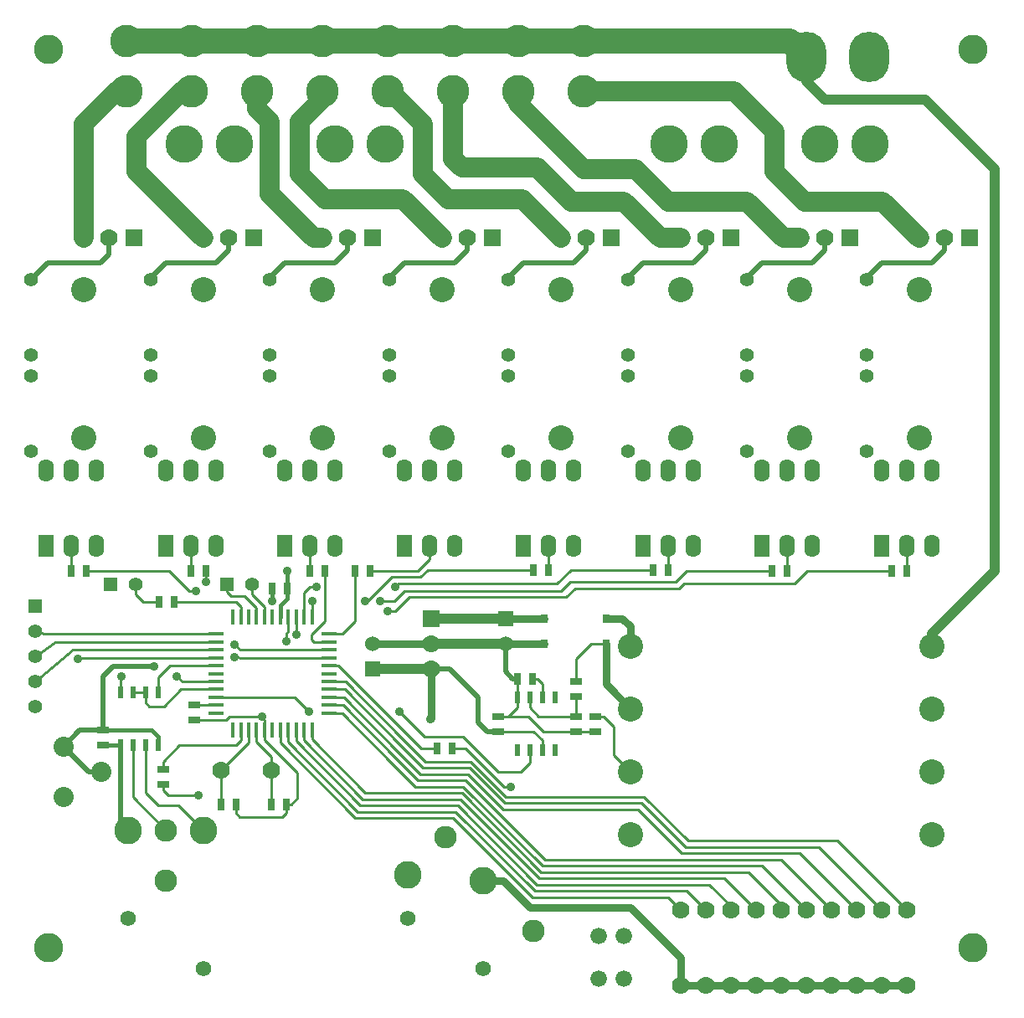
<source format=gtl>
G04 (created by PCBNEW (2013-07-07 BZR 4022)-stable) date 06/01/2015 12:36:27*
%MOIN*%
G04 Gerber Fmt 3.4, Leading zero omitted, Abs format*
%FSLAX34Y34*%
G01*
G70*
G90*
G04 APERTURE LIST*
%ADD10C,0.00590551*%
%ADD11C,0.066*%
%ADD12C,0.13*%
%ADD13O,0.16X0.2*%
%ADD14R,0.02X0.045*%
%ADD15C,0.062*%
%ADD16C,0.11*%
%ADD17C,0.09*%
%ADD18R,0.016X0.06*%
%ADD19R,0.06X0.016*%
%ADD20C,0.07*%
%ADD21R,0.07X0.07*%
%ADD22R,0.025X0.045*%
%ADD23R,0.045X0.025*%
%ADD24R,0.055X0.055*%
%ADD25C,0.055*%
%ADD26R,0.062X0.09*%
%ADD27O,0.062X0.09*%
%ADD28R,0.06X0.06*%
%ADD29C,0.06*%
%ADD30C,0.1*%
%ADD31R,0.03X0.035*%
%ADD32C,0.15*%
%ADD33C,0.1165*%
%ADD34C,0.0803*%
%ADD35C,0.035*%
%ADD36C,0.02*%
%ADD37C,0.015*%
%ADD38C,0.01*%
%ADD39C,0.03*%
%ADD40C,0.04*%
%ADD41C,0.1*%
%ADD42C,0.08*%
G04 APERTURE END LIST*
G54D10*
G54D11*
X64000Y-61750D03*
X63000Y-61750D03*
X64000Y-60050D03*
X63000Y-60050D03*
G54D12*
X59800Y-24400D03*
X59800Y-26400D03*
X62400Y-24400D03*
X62400Y-26400D03*
G54D13*
X73750Y-25050D03*
X71250Y-25050D03*
G54D12*
X44200Y-24400D03*
X44200Y-26400D03*
G54D14*
X61250Y-52650D03*
X61250Y-50550D03*
X60750Y-52650D03*
X60250Y-52650D03*
X59750Y-52650D03*
X60750Y-50550D03*
X60250Y-50550D03*
X59750Y-50550D03*
G54D15*
X47270Y-61350D03*
G54D16*
X44270Y-55850D03*
G54D17*
X45770Y-55850D03*
G54D16*
X47270Y-55850D03*
G54D17*
X45770Y-57850D03*
G54D15*
X44270Y-59350D03*
G54D18*
X50000Y-47350D03*
X49685Y-47350D03*
X49370Y-47350D03*
X49055Y-47350D03*
X48740Y-47350D03*
X48425Y-47350D03*
X50315Y-47350D03*
X50630Y-47350D03*
X50945Y-47350D03*
X51260Y-47350D03*
X51575Y-47350D03*
X50000Y-51850D03*
X49685Y-51850D03*
X49370Y-51850D03*
X49055Y-51850D03*
X48740Y-51850D03*
X48425Y-51850D03*
X50315Y-51850D03*
X50630Y-51850D03*
X50945Y-51850D03*
X51260Y-51850D03*
X51575Y-51850D03*
G54D19*
X47750Y-49600D03*
X52250Y-49600D03*
X47750Y-49915D03*
X52250Y-49915D03*
X52250Y-50230D03*
X47750Y-50230D03*
X47750Y-50545D03*
X52250Y-50545D03*
X52250Y-50860D03*
X47750Y-50860D03*
X47750Y-51175D03*
X52250Y-51175D03*
X52250Y-49285D03*
X47750Y-49285D03*
X47750Y-48970D03*
X52250Y-48970D03*
X52250Y-48655D03*
X47750Y-48655D03*
X47750Y-48340D03*
X52250Y-48340D03*
X52250Y-48025D03*
X47750Y-48025D03*
G54D20*
X75750Y-32250D03*
X76750Y-32250D03*
G54D21*
X77750Y-32250D03*
G54D20*
X71000Y-32250D03*
X72000Y-32250D03*
G54D21*
X73000Y-32250D03*
G54D20*
X42500Y-32250D03*
X43500Y-32250D03*
G54D21*
X44500Y-32250D03*
G54D20*
X47250Y-32250D03*
X48250Y-32250D03*
G54D21*
X49250Y-32250D03*
G54D20*
X52000Y-32250D03*
X53000Y-32250D03*
G54D21*
X54000Y-32250D03*
G54D20*
X56750Y-32250D03*
X57750Y-32250D03*
G54D21*
X58750Y-32250D03*
G54D20*
X61500Y-32250D03*
X62500Y-32250D03*
G54D21*
X63500Y-32250D03*
G54D20*
X66250Y-32250D03*
X67250Y-32250D03*
G54D21*
X68250Y-32250D03*
G54D14*
X45450Y-52450D03*
X45450Y-50350D03*
X44950Y-52450D03*
X44450Y-52450D03*
X43950Y-52450D03*
X44950Y-50350D03*
X44450Y-50350D03*
X43950Y-50350D03*
G54D22*
X65750Y-45475D03*
X65150Y-45475D03*
X59750Y-49800D03*
X60350Y-49800D03*
X61000Y-45475D03*
X60400Y-45475D03*
G54D23*
X46900Y-50850D03*
X46900Y-51450D03*
G54D22*
X53900Y-45500D03*
X53300Y-45500D03*
X51500Y-45500D03*
X52100Y-45500D03*
X46750Y-45500D03*
X47350Y-45500D03*
X42000Y-45500D03*
X42600Y-45500D03*
X56550Y-52575D03*
X57150Y-52575D03*
G54D23*
X45650Y-54000D03*
X45650Y-53400D03*
G54D22*
X45500Y-46750D03*
X46100Y-46750D03*
G54D23*
X62100Y-51900D03*
X62100Y-51300D03*
G54D22*
X75250Y-45500D03*
X74650Y-45500D03*
X47950Y-54800D03*
X48550Y-54800D03*
X70500Y-45500D03*
X69900Y-45500D03*
X50600Y-46200D03*
X50000Y-46200D03*
G54D23*
X43250Y-51850D03*
X43250Y-52450D03*
G54D22*
X49950Y-54800D03*
X50550Y-54800D03*
G54D24*
X40550Y-46900D03*
G54D25*
X40550Y-47900D03*
X40550Y-48900D03*
X40550Y-49900D03*
X40550Y-50900D03*
G54D24*
X48200Y-46050D03*
G54D25*
X49200Y-46050D03*
G54D26*
X74250Y-44500D03*
G54D27*
X75250Y-44500D03*
X76250Y-44500D03*
X76250Y-41500D03*
X75250Y-41500D03*
X74250Y-41500D03*
G54D26*
X69500Y-44500D03*
G54D27*
X70500Y-44500D03*
X71500Y-44500D03*
X71500Y-41500D03*
X70500Y-41500D03*
X69500Y-41500D03*
G54D26*
X64750Y-44500D03*
G54D27*
X65750Y-44500D03*
X66750Y-44500D03*
X66750Y-41500D03*
X65750Y-41500D03*
X64750Y-41500D03*
G54D26*
X60000Y-44500D03*
G54D27*
X61000Y-44500D03*
X62000Y-44500D03*
X62000Y-41500D03*
X61000Y-41500D03*
X60000Y-41500D03*
G54D26*
X55250Y-44500D03*
G54D27*
X56250Y-44500D03*
X57250Y-44500D03*
X57250Y-41500D03*
X56250Y-41500D03*
X55250Y-41500D03*
G54D26*
X50500Y-44500D03*
G54D27*
X51500Y-44500D03*
X52500Y-44500D03*
X52500Y-41500D03*
X51500Y-41500D03*
X50500Y-41500D03*
G54D26*
X45750Y-44500D03*
G54D27*
X46750Y-44500D03*
X47750Y-44500D03*
X47750Y-41500D03*
X46750Y-41500D03*
X45750Y-41500D03*
G54D26*
X41000Y-44500D03*
G54D27*
X42000Y-44500D03*
X43000Y-44500D03*
X43000Y-41500D03*
X42000Y-41500D03*
X41000Y-41500D03*
G54D28*
X59275Y-47400D03*
G54D29*
X59275Y-48400D03*
G54D28*
X54000Y-49400D03*
G54D29*
X54000Y-48400D03*
G54D15*
X58400Y-61350D03*
G54D16*
X55400Y-57600D03*
G54D17*
X56900Y-56100D03*
G54D16*
X58400Y-57850D03*
G54D17*
X60400Y-59850D03*
G54D15*
X55400Y-59350D03*
G54D20*
X66250Y-62000D03*
X67250Y-62000D03*
X68250Y-62000D03*
X69250Y-62000D03*
X70250Y-62000D03*
X71250Y-62000D03*
X72250Y-62000D03*
X73250Y-62000D03*
X74250Y-62000D03*
X75250Y-62000D03*
X75250Y-59000D03*
X74250Y-59000D03*
X73250Y-59000D03*
X72250Y-59000D03*
X71250Y-59000D03*
X70250Y-59000D03*
X69250Y-59000D03*
X68250Y-59000D03*
X67250Y-59000D03*
X66250Y-59000D03*
G54D30*
X42500Y-34300D03*
X42500Y-40200D03*
X47250Y-34300D03*
X47250Y-40200D03*
X52000Y-34300D03*
X52000Y-40200D03*
X56750Y-34300D03*
X56750Y-40200D03*
X61500Y-34300D03*
X61500Y-40200D03*
X66250Y-34300D03*
X66250Y-40200D03*
X71000Y-34300D03*
X71000Y-40200D03*
X75750Y-34300D03*
X75750Y-40200D03*
G54D25*
X49900Y-33900D03*
X49900Y-36900D03*
X49900Y-37750D03*
X49900Y-40750D03*
X45150Y-37750D03*
X45150Y-40750D03*
X40400Y-37750D03*
X40400Y-40750D03*
X54650Y-37750D03*
X54650Y-40750D03*
X59400Y-37750D03*
X59400Y-40750D03*
X64150Y-37750D03*
X64150Y-40750D03*
X68900Y-37750D03*
X68900Y-40750D03*
X73650Y-37750D03*
X73650Y-40750D03*
X40400Y-33900D03*
X40400Y-36900D03*
X45150Y-33900D03*
X45150Y-36900D03*
X54650Y-33900D03*
X54650Y-36900D03*
X59400Y-33900D03*
X59400Y-36900D03*
X64150Y-33900D03*
X64150Y-36900D03*
X68900Y-33900D03*
X68900Y-36900D03*
X73650Y-33900D03*
X73650Y-36900D03*
G54D20*
X49950Y-53450D03*
X47950Y-53450D03*
G54D23*
X59000Y-51900D03*
X59000Y-51300D03*
X62100Y-49900D03*
X62100Y-50500D03*
G54D21*
X56325Y-47400D03*
G54D20*
X56325Y-48400D03*
X56325Y-49400D03*
G54D31*
X60825Y-48400D03*
X60825Y-47400D03*
X63275Y-47400D03*
X63275Y-48400D03*
G54D32*
X46500Y-28500D03*
X48500Y-28500D03*
X52500Y-28500D03*
X54500Y-28500D03*
X65800Y-28500D03*
X67800Y-28500D03*
X71800Y-28500D03*
X73800Y-28500D03*
G54D24*
X43550Y-46050D03*
G54D25*
X44550Y-46050D03*
G54D33*
X77900Y-24750D03*
G54D12*
X46800Y-24400D03*
X46800Y-26400D03*
X49400Y-24400D03*
X49400Y-26400D03*
X52000Y-24400D03*
X52000Y-26400D03*
X54600Y-24400D03*
X54600Y-26400D03*
X57200Y-24400D03*
X57200Y-26400D03*
G54D34*
X43175Y-53500D03*
X41675Y-52500D03*
X41675Y-54500D03*
G54D30*
X64250Y-56000D03*
X64250Y-53500D03*
X64250Y-48500D03*
X64250Y-51000D03*
X76250Y-51000D03*
X76250Y-48500D03*
X76250Y-53500D03*
X76250Y-56000D03*
G54D33*
X41100Y-24750D03*
X77900Y-60500D03*
X41100Y-60500D03*
G54D23*
X62850Y-51900D03*
X62850Y-51300D03*
G54D35*
X45300Y-49300D03*
X56300Y-51400D03*
X50600Y-45500D03*
X50000Y-46700D03*
X49600Y-51300D03*
X42250Y-49000D03*
X47350Y-45950D03*
X48500Y-48450D03*
X54300Y-46700D03*
X50950Y-48050D03*
X54900Y-46150D03*
X51750Y-46150D03*
X54600Y-47100D03*
X50550Y-48300D03*
X55050Y-51100D03*
X51450Y-51100D03*
X59500Y-54100D03*
X47050Y-54450D03*
X44000Y-49700D03*
X46200Y-49700D03*
X51600Y-46700D03*
X53700Y-46700D03*
X46950Y-46300D03*
X48500Y-48950D03*
G54D36*
X43175Y-53500D02*
X42675Y-53500D01*
X42675Y-53500D02*
X41675Y-52500D01*
X43250Y-51850D02*
X42325Y-51850D01*
X42325Y-51850D02*
X41675Y-52500D01*
G54D37*
X45200Y-51850D02*
X45450Y-52100D01*
X43250Y-51850D02*
X45200Y-51850D01*
G54D36*
X56325Y-49400D02*
X57050Y-49400D01*
G54D38*
X60400Y-51900D02*
X60750Y-52250D01*
G54D36*
X58200Y-50550D02*
X58200Y-51550D01*
G54D37*
X50600Y-46200D02*
X50600Y-45500D01*
X50315Y-46885D02*
X50600Y-46600D01*
G54D36*
X57050Y-49400D02*
X58200Y-50550D01*
X58200Y-51550D02*
X58550Y-51900D01*
X58550Y-51900D02*
X59000Y-51900D01*
G54D38*
X59000Y-51900D02*
X60400Y-51900D01*
G54D39*
X56300Y-51400D02*
X56325Y-51375D01*
G54D37*
X45450Y-52100D02*
X45450Y-52450D01*
G54D36*
X43650Y-49300D02*
X45300Y-49300D01*
G54D38*
X60750Y-52250D02*
X60750Y-52650D01*
G54D37*
X50600Y-46600D02*
X50600Y-46200D01*
X50315Y-47350D02*
X50315Y-46885D01*
G54D36*
X43250Y-49700D02*
X43650Y-49300D01*
X43250Y-51850D02*
X43250Y-49700D01*
G54D40*
X54000Y-49400D02*
X56325Y-49400D01*
G54D39*
X56325Y-51375D02*
X56325Y-49400D01*
G54D38*
X60200Y-51300D02*
X59400Y-51300D01*
G54D39*
X60825Y-48400D02*
X59275Y-48400D01*
G54D37*
X43250Y-52450D02*
X43950Y-52450D01*
G54D40*
X59275Y-48400D02*
X56325Y-48400D01*
G54D38*
X49685Y-51435D02*
X49685Y-51850D01*
G54D36*
X59750Y-49800D02*
X59550Y-49800D01*
G54D39*
X60250Y-58900D02*
X59850Y-58500D01*
X71250Y-62000D02*
X70250Y-62000D01*
G54D38*
X59750Y-50550D02*
X59750Y-49800D01*
G54D37*
X49600Y-51300D02*
X49625Y-51325D01*
G54D36*
X43950Y-55530D02*
X44270Y-55850D01*
X59275Y-49525D02*
X59275Y-48400D01*
G54D39*
X64250Y-58900D02*
X60250Y-58900D01*
X66250Y-60900D02*
X66250Y-62000D01*
G54D38*
X48150Y-51450D02*
X48300Y-51300D01*
X62100Y-51900D02*
X60800Y-51900D01*
X48550Y-55150D02*
X48700Y-55300D01*
G54D37*
X50000Y-46700D02*
X50000Y-46200D01*
G54D39*
X54000Y-48400D02*
X56325Y-48400D01*
G54D38*
X50750Y-54800D02*
X50550Y-54800D01*
X48550Y-54800D02*
X48550Y-55150D01*
X48300Y-51300D02*
X49550Y-51300D01*
X49685Y-51850D02*
X49685Y-52235D01*
G54D36*
X43950Y-52450D02*
X43950Y-55530D01*
G54D39*
X75250Y-62000D02*
X74250Y-62000D01*
G54D38*
X48700Y-55300D02*
X50400Y-55300D01*
G54D39*
X66250Y-60900D02*
X64250Y-58900D01*
G54D38*
X51000Y-53550D02*
X51000Y-54550D01*
X60800Y-51900D02*
X60200Y-51300D01*
X59000Y-51300D02*
X59400Y-51300D01*
X62100Y-51900D02*
X62850Y-51900D01*
G54D39*
X67250Y-62000D02*
X66250Y-62000D01*
G54D38*
X50400Y-55300D02*
X50550Y-55150D01*
X59750Y-50950D02*
X59750Y-50550D01*
G54D37*
X49625Y-51325D02*
X49625Y-51375D01*
G54D38*
X59400Y-51300D02*
X59750Y-50950D01*
X50550Y-55150D02*
X50550Y-54800D01*
G54D39*
X59200Y-57850D02*
X59850Y-58500D01*
X58400Y-57850D02*
X59200Y-57850D01*
G54D38*
X49550Y-51300D02*
X49625Y-51375D01*
X49685Y-52235D02*
X51000Y-53550D01*
G54D39*
X72250Y-62000D02*
X71250Y-62000D01*
G54D36*
X59550Y-49800D02*
X59275Y-49525D01*
G54D39*
X74250Y-62000D02*
X73250Y-62000D01*
X68250Y-62000D02*
X67250Y-62000D01*
X73250Y-62000D02*
X72250Y-62000D01*
X69250Y-62000D02*
X68250Y-62000D01*
G54D38*
X51000Y-54550D02*
X50750Y-54800D01*
X49625Y-51375D02*
X49685Y-51435D01*
G54D39*
X70250Y-62000D02*
X69250Y-62000D01*
G54D38*
X46900Y-51450D02*
X48150Y-51450D01*
G54D40*
X71250Y-25050D02*
X71250Y-26000D01*
X77350Y-46900D02*
X76250Y-48000D01*
X78750Y-29500D02*
X76000Y-26750D01*
X72000Y-26750D02*
X71250Y-26000D01*
X77350Y-46900D02*
X78750Y-45500D01*
G54D41*
X44200Y-24400D02*
X70600Y-24400D01*
G54D40*
X76000Y-26750D02*
X72000Y-26750D01*
G54D41*
X70600Y-24400D02*
X71250Y-25050D01*
G54D40*
X76250Y-48000D02*
X76250Y-48500D01*
X78750Y-45500D02*
X78750Y-29500D01*
G54D38*
X41360Y-48340D02*
X40550Y-48900D01*
X47750Y-48340D02*
X41360Y-48340D01*
X42280Y-48970D02*
X47750Y-48970D01*
X42250Y-49000D02*
X42280Y-48970D01*
X45450Y-50350D02*
X45450Y-49750D01*
X45915Y-49285D02*
X47750Y-49285D01*
X45450Y-49750D02*
X45915Y-49285D01*
X48705Y-48655D02*
X48500Y-48450D01*
X47350Y-45950D02*
X47350Y-45500D01*
X52250Y-48655D02*
X48705Y-48655D01*
X49370Y-47350D02*
X49370Y-46970D01*
X48900Y-46500D02*
X48350Y-46500D01*
X48200Y-46350D02*
X48200Y-46050D01*
X49370Y-46970D02*
X48900Y-46500D01*
X48350Y-46500D02*
X48200Y-46350D01*
X44950Y-52450D02*
X44950Y-54350D01*
X44950Y-54350D02*
X45450Y-54850D01*
X45450Y-54850D02*
X46270Y-54850D01*
X46270Y-54850D02*
X47270Y-55850D01*
G54D42*
X56000Y-29700D02*
X57000Y-30700D01*
X54700Y-26400D02*
X56000Y-27700D01*
X57000Y-30700D02*
X59950Y-30700D01*
X56000Y-27700D02*
X56000Y-29700D01*
X59950Y-30700D02*
X61500Y-32250D01*
X54600Y-26400D02*
X54700Y-26400D01*
X65750Y-30800D02*
X68900Y-30800D01*
X64450Y-29500D02*
X65750Y-30800D01*
X62400Y-29500D02*
X64450Y-29500D01*
X59800Y-26900D02*
X62400Y-29500D01*
X68900Y-30800D02*
X70350Y-32250D01*
X70350Y-32250D02*
X71000Y-32250D01*
X59800Y-26400D02*
X59800Y-26900D01*
G54D38*
X69900Y-45500D02*
X66500Y-45500D01*
X50945Y-48045D02*
X50945Y-47350D01*
X55250Y-46300D02*
X54850Y-46700D01*
X61850Y-45950D02*
X61500Y-46300D01*
X66500Y-45500D02*
X66050Y-45950D01*
X50950Y-48050D02*
X50945Y-48045D01*
X66050Y-45950D02*
X61850Y-45950D01*
X57250Y-46300D02*
X55250Y-46300D01*
X54850Y-46700D02*
X54300Y-46700D01*
X61500Y-46300D02*
X57250Y-46300D01*
X52775Y-48025D02*
X53300Y-47500D01*
X52250Y-48025D02*
X52775Y-48025D01*
X53300Y-47500D02*
X53300Y-45500D01*
X55025Y-46025D02*
X54900Y-46150D01*
X51750Y-46150D02*
X51500Y-46150D01*
X65150Y-45475D02*
X61875Y-45475D01*
X51260Y-46390D02*
X51260Y-47350D01*
X51500Y-46150D02*
X51260Y-46390D01*
X61325Y-46025D02*
X55025Y-46025D01*
X61875Y-45475D02*
X61325Y-46025D01*
X48740Y-47350D02*
X48740Y-46940D01*
X48550Y-46750D02*
X46100Y-46750D01*
X48740Y-46940D02*
X48550Y-46750D01*
X54900Y-47100D02*
X54600Y-47100D01*
X70800Y-46000D02*
X66400Y-46000D01*
X57400Y-46550D02*
X55450Y-46550D01*
X50550Y-48300D02*
X50550Y-48000D01*
X71300Y-45500D02*
X70800Y-46000D01*
X66400Y-46000D02*
X66200Y-46200D01*
X62050Y-46200D02*
X61700Y-46550D01*
X55450Y-46550D02*
X54900Y-47100D01*
X61700Y-46550D02*
X57400Y-46550D01*
X66200Y-46200D02*
X62050Y-46200D01*
X50550Y-48000D02*
X50630Y-47920D01*
X50630Y-47920D02*
X50630Y-47350D01*
X74650Y-45500D02*
X71300Y-45500D01*
X60750Y-50550D02*
X60750Y-50000D01*
X60550Y-49800D02*
X60350Y-49800D01*
X60750Y-50000D02*
X60550Y-49800D01*
X55050Y-51100D02*
X56050Y-52100D01*
X60250Y-53150D02*
X60250Y-52650D01*
X56050Y-52100D02*
X57600Y-52100D01*
X59900Y-53500D02*
X60250Y-53150D01*
X47750Y-50545D02*
X50895Y-50545D01*
X57600Y-52100D02*
X59000Y-53500D01*
X50895Y-50545D02*
X51450Y-51100D01*
X59000Y-53500D02*
X59900Y-53500D01*
X47750Y-50860D02*
X46910Y-50860D01*
X46910Y-50860D02*
X46900Y-50850D01*
X40925Y-48025D02*
X40550Y-47900D01*
X47750Y-48025D02*
X40925Y-48025D01*
X62100Y-51300D02*
X60600Y-51300D01*
X62100Y-50500D02*
X62100Y-51300D01*
X60250Y-50950D02*
X60250Y-50550D01*
X60600Y-51300D02*
X60250Y-50950D01*
G54D36*
X59400Y-33850D02*
X60000Y-33250D01*
X66750Y-33250D02*
X67250Y-32750D01*
X68900Y-33850D02*
X69500Y-33250D01*
X73650Y-33900D02*
X73650Y-33850D01*
X62000Y-33250D02*
X62500Y-32750D01*
X76750Y-32750D02*
X76750Y-32250D01*
X74250Y-33250D02*
X76250Y-33250D01*
X67250Y-32750D02*
X67250Y-32250D01*
X68900Y-33900D02*
X68900Y-33850D01*
X76250Y-33250D02*
X76750Y-32750D01*
X64150Y-33900D02*
X64150Y-33850D01*
X59400Y-33900D02*
X59400Y-33850D01*
X73650Y-33850D02*
X74250Y-33250D01*
X64750Y-33250D02*
X66750Y-33250D01*
X64150Y-33850D02*
X64750Y-33250D01*
X71500Y-33250D02*
X72000Y-32750D01*
X60000Y-33250D02*
X62000Y-33250D01*
X69500Y-33250D02*
X71500Y-33250D01*
X62500Y-32750D02*
X62500Y-32250D01*
X72000Y-32750D02*
X72000Y-32250D01*
G54D38*
X49200Y-46450D02*
X49200Y-46050D01*
X49685Y-47350D02*
X49685Y-46935D01*
X49685Y-46935D02*
X49200Y-46450D01*
X65750Y-58500D02*
X66250Y-59000D01*
X57200Y-55350D02*
X53300Y-55350D01*
X50315Y-51850D02*
X50315Y-52365D01*
X65750Y-58500D02*
X60350Y-58500D01*
X60350Y-58500D02*
X57200Y-55350D01*
X50315Y-52365D02*
X53300Y-55350D01*
X59300Y-54500D02*
X57900Y-53100D01*
X52915Y-49915D02*
X52250Y-49915D01*
X64800Y-54500D02*
X59300Y-54500D01*
X72500Y-56250D02*
X66550Y-56250D01*
X66550Y-56250D02*
X64800Y-54500D01*
X57900Y-53100D02*
X56100Y-53100D01*
X56100Y-53100D02*
X55200Y-52200D01*
X75250Y-59000D02*
X72500Y-56250D01*
X55200Y-52200D02*
X52915Y-49915D01*
X66300Y-56750D02*
X64550Y-55000D01*
X59200Y-55000D02*
X57800Y-53600D01*
X55900Y-53600D02*
X55000Y-52700D01*
X71000Y-56750D02*
X66300Y-56750D01*
X64550Y-55000D02*
X59200Y-55000D01*
X52845Y-50545D02*
X52250Y-50545D01*
X55000Y-52700D02*
X52845Y-50545D01*
X73250Y-59000D02*
X71000Y-56750D01*
X57800Y-53600D02*
X55900Y-53600D01*
X54900Y-52950D02*
X52810Y-50860D01*
X70250Y-57000D02*
X72250Y-59000D01*
X72250Y-59000D02*
X72250Y-59000D01*
X60850Y-57000D02*
X57700Y-53850D01*
X57700Y-53850D02*
X55800Y-53850D01*
X70250Y-57000D02*
X60850Y-57000D01*
X52250Y-50860D02*
X52810Y-50860D01*
X55800Y-53850D02*
X54900Y-52950D01*
X60750Y-57250D02*
X57600Y-54100D01*
X55700Y-54100D02*
X54800Y-53200D01*
X54800Y-53200D02*
X52775Y-51175D01*
X71250Y-59000D02*
X69500Y-57250D01*
X71250Y-59000D02*
X71250Y-59000D01*
X52775Y-51175D02*
X52250Y-51175D01*
X57600Y-54100D02*
X55700Y-54100D01*
X69500Y-57250D02*
X60750Y-57250D01*
X70250Y-58800D02*
X70250Y-59000D01*
X70250Y-58800D02*
X68950Y-57500D01*
X68950Y-57500D02*
X60700Y-57500D01*
X51575Y-52225D02*
X53700Y-54350D01*
X57550Y-54350D02*
X53700Y-54350D01*
X60700Y-57500D02*
X57550Y-54350D01*
X51575Y-51850D02*
X51575Y-52225D01*
X69250Y-59000D02*
X69250Y-59000D01*
X51260Y-52260D02*
X53600Y-54600D01*
X68000Y-57750D02*
X60625Y-57750D01*
X60625Y-57750D02*
X57475Y-54600D01*
X57475Y-54600D02*
X53600Y-54600D01*
X68000Y-57750D02*
X69250Y-59000D01*
X51260Y-51850D02*
X51260Y-52260D01*
X57375Y-54850D02*
X53500Y-54850D01*
X68250Y-58850D02*
X68250Y-59000D01*
X67400Y-58000D02*
X60525Y-58000D01*
X50945Y-51850D02*
X50945Y-52295D01*
X60525Y-58000D02*
X57375Y-54850D01*
X50945Y-52295D02*
X53500Y-54850D01*
X68250Y-58850D02*
X67400Y-58000D01*
X66500Y-58250D02*
X67250Y-59000D01*
X66500Y-58250D02*
X60450Y-58250D01*
X50630Y-52330D02*
X53400Y-55100D01*
X67250Y-59000D02*
X67250Y-59000D01*
X50630Y-51850D02*
X50630Y-52330D01*
X57300Y-55100D02*
X53400Y-55100D01*
X60450Y-58250D02*
X57300Y-55100D01*
X70500Y-44500D02*
X70500Y-45500D01*
X52635Y-49285D02*
X55925Y-52575D01*
X55925Y-52575D02*
X56550Y-52575D01*
X52250Y-49285D02*
X52635Y-49285D01*
X47950Y-54800D02*
X47950Y-53450D01*
X49055Y-51850D02*
X49055Y-52345D01*
X49055Y-52345D02*
X47950Y-53450D01*
X57700Y-52575D02*
X59225Y-54100D01*
X57150Y-52575D02*
X57700Y-52575D01*
X59225Y-54100D02*
X59500Y-54100D01*
X45650Y-54000D02*
X45650Y-54250D01*
X45650Y-54250D02*
X45850Y-54450D01*
X45850Y-54450D02*
X47050Y-54450D01*
X45650Y-53100D02*
X45650Y-53400D01*
X48550Y-52450D02*
X46300Y-52450D01*
X48740Y-52260D02*
X48550Y-52450D01*
X46300Y-52450D02*
X45650Y-53100D01*
X48740Y-51850D02*
X48740Y-52260D01*
X49950Y-53450D02*
X49950Y-52900D01*
X49950Y-52900D02*
X49370Y-52320D01*
X49370Y-52320D02*
X49370Y-51850D01*
X49950Y-54800D02*
X49950Y-53450D01*
X61000Y-44500D02*
X61000Y-45475D01*
X42000Y-44500D02*
X42000Y-45500D01*
G54D42*
X68400Y-26400D02*
X70000Y-28000D01*
X74300Y-30800D02*
X75750Y-32250D01*
X71200Y-30800D02*
X74300Y-30800D01*
X62400Y-26400D02*
X68400Y-26400D01*
X70000Y-29600D02*
X71200Y-30800D01*
X70000Y-28000D02*
X70000Y-29600D01*
G54D38*
X75250Y-44500D02*
X75250Y-45500D01*
X56250Y-44500D02*
X56250Y-45050D01*
X55800Y-45500D02*
X53900Y-45500D01*
X56250Y-45050D02*
X55800Y-45500D01*
G54D42*
X52100Y-30700D02*
X55200Y-30700D01*
X55200Y-30700D02*
X56750Y-32250D01*
X51100Y-27600D02*
X51100Y-29700D01*
X52000Y-26400D02*
X52000Y-26700D01*
X52000Y-26700D02*
X51100Y-27600D01*
X51100Y-29700D02*
X52100Y-30700D01*
X65450Y-32250D02*
X66250Y-32250D01*
X57200Y-26400D02*
X57200Y-29100D01*
X57550Y-29450D02*
X60550Y-29450D01*
X60550Y-29450D02*
X61900Y-30800D01*
X57200Y-29100D02*
X57550Y-29450D01*
X61900Y-30800D02*
X64000Y-30800D01*
X64000Y-30800D02*
X65450Y-32250D01*
G54D38*
X65750Y-44500D02*
X65750Y-45475D01*
G54D36*
X43500Y-32250D02*
X43500Y-32900D01*
X55250Y-33250D02*
X57250Y-33250D01*
X54650Y-33900D02*
X54650Y-33850D01*
X49900Y-33900D02*
X49900Y-33850D01*
X45150Y-33900D02*
X45150Y-33850D01*
X45750Y-33250D02*
X47750Y-33250D01*
X52500Y-33250D02*
X53000Y-32750D01*
X57250Y-33250D02*
X57750Y-32750D01*
X48250Y-32750D02*
X48250Y-32250D01*
X45150Y-33850D02*
X45750Y-33250D01*
X53000Y-32750D02*
X53000Y-32250D01*
X43500Y-32900D02*
X43150Y-33250D01*
X41050Y-33250D02*
X40400Y-33900D01*
X47750Y-33250D02*
X48250Y-32750D01*
X54650Y-33850D02*
X55250Y-33250D01*
X50500Y-33250D02*
X52500Y-33250D01*
X43150Y-33250D02*
X41050Y-33250D01*
X57750Y-32750D02*
X57750Y-32250D01*
X49900Y-33850D02*
X50500Y-33250D01*
G54D38*
X51500Y-44500D02*
X51500Y-45500D01*
X44950Y-50750D02*
X45100Y-50900D01*
X44950Y-50350D02*
X44450Y-50350D01*
X45700Y-50900D02*
X46370Y-50230D01*
X46370Y-50230D02*
X47750Y-50230D01*
X45100Y-50900D02*
X45700Y-50900D01*
X44950Y-50350D02*
X44950Y-50750D01*
X44000Y-49700D02*
X43950Y-49750D01*
X47750Y-49915D02*
X46415Y-49915D01*
X46415Y-49915D02*
X46200Y-49700D01*
X43950Y-49750D02*
X43950Y-50350D01*
X44450Y-54530D02*
X45770Y-55850D01*
X44450Y-52450D02*
X44450Y-54530D01*
X46750Y-44500D02*
X46750Y-45500D01*
G54D42*
X46400Y-26400D02*
X44600Y-28200D01*
X44600Y-28200D02*
X44600Y-29600D01*
X46800Y-26400D02*
X46400Y-26400D01*
X44600Y-29600D02*
X47250Y-32250D01*
X44200Y-26400D02*
X43800Y-26400D01*
X43800Y-26400D02*
X42500Y-27700D01*
X42500Y-28150D02*
X42500Y-32250D01*
X42500Y-27700D02*
X42500Y-28150D01*
X49400Y-26400D02*
X49400Y-27100D01*
X49400Y-27100D02*
X49900Y-27600D01*
X49900Y-30500D02*
X51650Y-32250D01*
X51650Y-32250D02*
X52000Y-32250D01*
X49900Y-27600D02*
X49900Y-30500D01*
G54D38*
X51600Y-46700D02*
X51575Y-46725D01*
X54750Y-45750D02*
X53800Y-46700D01*
X55900Y-45750D02*
X54750Y-45750D01*
X60400Y-45475D02*
X56175Y-45475D01*
X56175Y-45475D02*
X55900Y-45750D01*
X53800Y-46700D02*
X53700Y-46700D01*
X51575Y-46725D02*
X51575Y-47350D01*
X51640Y-48340D02*
X52250Y-48340D01*
X51550Y-48250D02*
X51640Y-48340D01*
X52100Y-47500D02*
X51550Y-48050D01*
X52100Y-45500D02*
X52100Y-47500D01*
X51550Y-48050D02*
X51550Y-48250D01*
X46700Y-46300D02*
X46950Y-46300D01*
X48870Y-48970D02*
X52250Y-48970D01*
X48500Y-48950D02*
X48870Y-48970D01*
X45900Y-45500D02*
X46700Y-46300D01*
X42600Y-45500D02*
X45900Y-45500D01*
G54D39*
X63275Y-50025D02*
X64250Y-51000D01*
X63275Y-48400D02*
X63275Y-50025D01*
G54D38*
X62100Y-49000D02*
X62700Y-48400D01*
X62100Y-49900D02*
X62100Y-49000D01*
X62700Y-48400D02*
X63275Y-48400D01*
X47750Y-48655D02*
X42045Y-48655D01*
X42045Y-48655D02*
X40550Y-49900D01*
X44850Y-46750D02*
X44550Y-46450D01*
X44550Y-46450D02*
X44550Y-46050D01*
X45500Y-46750D02*
X44850Y-46750D01*
X63600Y-51700D02*
X63600Y-52850D01*
X63200Y-51300D02*
X63600Y-51700D01*
G54D39*
X63275Y-47400D02*
X63925Y-47400D01*
X63925Y-47400D02*
X64250Y-47725D01*
G54D38*
X63600Y-52850D02*
X64250Y-53500D01*
G54D39*
X64250Y-47725D02*
X64250Y-48500D01*
G54D38*
X62850Y-51300D02*
X63200Y-51300D01*
G54D40*
X59275Y-47400D02*
X56325Y-47400D01*
G54D39*
X60825Y-47400D02*
X59275Y-47400D01*
G54D38*
X71750Y-56500D02*
X74250Y-59000D01*
X55100Y-52450D02*
X52880Y-50230D01*
X57850Y-53350D02*
X56000Y-53350D01*
X66450Y-56500D02*
X64700Y-54750D01*
X52250Y-50230D02*
X52880Y-50230D01*
X71750Y-56500D02*
X66450Y-56500D01*
X59250Y-54750D02*
X57850Y-53350D01*
X64700Y-54750D02*
X59250Y-54750D01*
X74250Y-59000D02*
X74250Y-59000D01*
X56000Y-53350D02*
X55100Y-52450D01*
M02*

</source>
